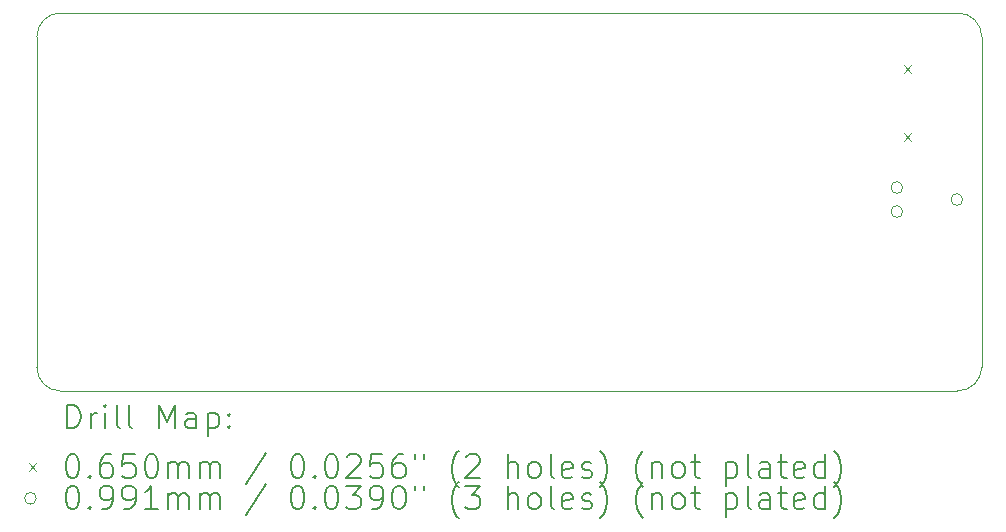
<source format=gbr>
%TF.GenerationSoftware,KiCad,Pcbnew,8.0.1*%
%TF.CreationDate,2024-05-08T20:32:48+02:00*%
%TF.ProjectId,TGL_Board,54474c5f-426f-4617-9264-2e6b69636164,rev?*%
%TF.SameCoordinates,Original*%
%TF.FileFunction,Drillmap*%
%TF.FilePolarity,Positive*%
%FSLAX45Y45*%
G04 Gerber Fmt 4.5, Leading zero omitted, Abs format (unit mm)*
G04 Created by KiCad (PCBNEW 8.0.1) date 2024-05-08 20:32:48*
%MOMM*%
%LPD*%
G01*
G04 APERTURE LIST*
%ADD10C,0.100000*%
%ADD11C,0.200000*%
G04 APERTURE END LIST*
D10*
X10054210Y-5029180D02*
G75*
G02*
X9856200Y-4828559I1310J199320D01*
G01*
X17856200Y-2029460D02*
X17856200Y-4828800D01*
X9856201Y-4828559D02*
X9856201Y-2029457D01*
X9856201Y-2029457D02*
G75*
G02*
X10056200Y-1828801I200329J327D01*
G01*
X17650683Y-5028724D02*
X10054210Y-5029180D01*
X17656200Y-1828799D02*
G75*
G02*
X17856200Y-2029460I0J-200001D01*
G01*
X17856200Y-4828800D02*
G75*
G02*
X17650684Y-5028720I-202720J2800D01*
G01*
X10056200Y-1828800D02*
X17656200Y-1828799D01*
D11*
D10*
X17195700Y-2269500D02*
X17260700Y-2334500D01*
X17260700Y-2269500D02*
X17195700Y-2334500D01*
X17195700Y-2847500D02*
X17260700Y-2912500D01*
X17260700Y-2847500D02*
X17195700Y-2912500D01*
X17186910Y-3307080D02*
G75*
G02*
X17087850Y-3307080I-49530J0D01*
G01*
X17087850Y-3307080D02*
G75*
G02*
X17186910Y-3307080I49530J0D01*
G01*
X17186910Y-3510280D02*
G75*
G02*
X17087850Y-3510280I-49530J0D01*
G01*
X17087850Y-3510280D02*
G75*
G02*
X17186910Y-3510280I49530J0D01*
G01*
X17694910Y-3408680D02*
G75*
G02*
X17595850Y-3408680I-49530J0D01*
G01*
X17595850Y-3408680D02*
G75*
G02*
X17694910Y-3408680I49530J0D01*
G01*
D11*
X10111972Y-5345664D02*
X10111972Y-5145664D01*
X10111972Y-5145664D02*
X10159591Y-5145664D01*
X10159591Y-5145664D02*
X10188163Y-5155188D01*
X10188163Y-5155188D02*
X10207211Y-5174235D01*
X10207211Y-5174235D02*
X10216734Y-5193283D01*
X10216734Y-5193283D02*
X10226258Y-5231378D01*
X10226258Y-5231378D02*
X10226258Y-5259950D01*
X10226258Y-5259950D02*
X10216734Y-5298045D01*
X10216734Y-5298045D02*
X10207211Y-5317092D01*
X10207211Y-5317092D02*
X10188163Y-5336140D01*
X10188163Y-5336140D02*
X10159591Y-5345664D01*
X10159591Y-5345664D02*
X10111972Y-5345664D01*
X10311972Y-5345664D02*
X10311972Y-5212331D01*
X10311972Y-5250426D02*
X10321496Y-5231378D01*
X10321496Y-5231378D02*
X10331020Y-5221854D01*
X10331020Y-5221854D02*
X10350068Y-5212331D01*
X10350068Y-5212331D02*
X10369115Y-5212331D01*
X10435782Y-5345664D02*
X10435782Y-5212331D01*
X10435782Y-5145664D02*
X10426258Y-5155188D01*
X10426258Y-5155188D02*
X10435782Y-5164712D01*
X10435782Y-5164712D02*
X10445306Y-5155188D01*
X10445306Y-5155188D02*
X10435782Y-5145664D01*
X10435782Y-5145664D02*
X10435782Y-5164712D01*
X10559591Y-5345664D02*
X10540544Y-5336140D01*
X10540544Y-5336140D02*
X10531020Y-5317092D01*
X10531020Y-5317092D02*
X10531020Y-5145664D01*
X10664353Y-5345664D02*
X10645306Y-5336140D01*
X10645306Y-5336140D02*
X10635782Y-5317092D01*
X10635782Y-5317092D02*
X10635782Y-5145664D01*
X10892925Y-5345664D02*
X10892925Y-5145664D01*
X10892925Y-5145664D02*
X10959592Y-5288521D01*
X10959592Y-5288521D02*
X11026258Y-5145664D01*
X11026258Y-5145664D02*
X11026258Y-5345664D01*
X11207210Y-5345664D02*
X11207210Y-5240902D01*
X11207210Y-5240902D02*
X11197687Y-5221854D01*
X11197687Y-5221854D02*
X11178639Y-5212331D01*
X11178639Y-5212331D02*
X11140544Y-5212331D01*
X11140544Y-5212331D02*
X11121496Y-5221854D01*
X11207210Y-5336140D02*
X11188163Y-5345664D01*
X11188163Y-5345664D02*
X11140544Y-5345664D01*
X11140544Y-5345664D02*
X11121496Y-5336140D01*
X11121496Y-5336140D02*
X11111972Y-5317092D01*
X11111972Y-5317092D02*
X11111972Y-5298045D01*
X11111972Y-5298045D02*
X11121496Y-5278997D01*
X11121496Y-5278997D02*
X11140544Y-5269473D01*
X11140544Y-5269473D02*
X11188163Y-5269473D01*
X11188163Y-5269473D02*
X11207210Y-5259950D01*
X11302449Y-5212331D02*
X11302449Y-5412331D01*
X11302449Y-5221854D02*
X11321496Y-5212331D01*
X11321496Y-5212331D02*
X11359591Y-5212331D01*
X11359591Y-5212331D02*
X11378639Y-5221854D01*
X11378639Y-5221854D02*
X11388163Y-5231378D01*
X11388163Y-5231378D02*
X11397687Y-5250426D01*
X11397687Y-5250426D02*
X11397687Y-5307569D01*
X11397687Y-5307569D02*
X11388163Y-5326616D01*
X11388163Y-5326616D02*
X11378639Y-5336140D01*
X11378639Y-5336140D02*
X11359591Y-5345664D01*
X11359591Y-5345664D02*
X11321496Y-5345664D01*
X11321496Y-5345664D02*
X11302449Y-5336140D01*
X11483401Y-5326616D02*
X11492925Y-5336140D01*
X11492925Y-5336140D02*
X11483401Y-5345664D01*
X11483401Y-5345664D02*
X11473877Y-5336140D01*
X11473877Y-5336140D02*
X11483401Y-5326616D01*
X11483401Y-5326616D02*
X11483401Y-5345664D01*
X11483401Y-5221854D02*
X11492925Y-5231378D01*
X11492925Y-5231378D02*
X11483401Y-5240902D01*
X11483401Y-5240902D02*
X11473877Y-5231378D01*
X11473877Y-5231378D02*
X11483401Y-5221854D01*
X11483401Y-5221854D02*
X11483401Y-5240902D01*
D10*
X9786196Y-5641680D02*
X9851196Y-5706680D01*
X9851196Y-5641680D02*
X9786196Y-5706680D01*
D11*
X10150068Y-5565664D02*
X10169115Y-5565664D01*
X10169115Y-5565664D02*
X10188163Y-5575188D01*
X10188163Y-5575188D02*
X10197687Y-5584712D01*
X10197687Y-5584712D02*
X10207211Y-5603759D01*
X10207211Y-5603759D02*
X10216734Y-5641854D01*
X10216734Y-5641854D02*
X10216734Y-5689473D01*
X10216734Y-5689473D02*
X10207211Y-5727569D01*
X10207211Y-5727569D02*
X10197687Y-5746616D01*
X10197687Y-5746616D02*
X10188163Y-5756140D01*
X10188163Y-5756140D02*
X10169115Y-5765664D01*
X10169115Y-5765664D02*
X10150068Y-5765664D01*
X10150068Y-5765664D02*
X10131020Y-5756140D01*
X10131020Y-5756140D02*
X10121496Y-5746616D01*
X10121496Y-5746616D02*
X10111972Y-5727569D01*
X10111972Y-5727569D02*
X10102449Y-5689473D01*
X10102449Y-5689473D02*
X10102449Y-5641854D01*
X10102449Y-5641854D02*
X10111972Y-5603759D01*
X10111972Y-5603759D02*
X10121496Y-5584712D01*
X10121496Y-5584712D02*
X10131020Y-5575188D01*
X10131020Y-5575188D02*
X10150068Y-5565664D01*
X10302449Y-5746616D02*
X10311972Y-5756140D01*
X10311972Y-5756140D02*
X10302449Y-5765664D01*
X10302449Y-5765664D02*
X10292925Y-5756140D01*
X10292925Y-5756140D02*
X10302449Y-5746616D01*
X10302449Y-5746616D02*
X10302449Y-5765664D01*
X10483401Y-5565664D02*
X10445306Y-5565664D01*
X10445306Y-5565664D02*
X10426258Y-5575188D01*
X10426258Y-5575188D02*
X10416734Y-5584712D01*
X10416734Y-5584712D02*
X10397687Y-5613283D01*
X10397687Y-5613283D02*
X10388163Y-5651378D01*
X10388163Y-5651378D02*
X10388163Y-5727569D01*
X10388163Y-5727569D02*
X10397687Y-5746616D01*
X10397687Y-5746616D02*
X10407211Y-5756140D01*
X10407211Y-5756140D02*
X10426258Y-5765664D01*
X10426258Y-5765664D02*
X10464353Y-5765664D01*
X10464353Y-5765664D02*
X10483401Y-5756140D01*
X10483401Y-5756140D02*
X10492925Y-5746616D01*
X10492925Y-5746616D02*
X10502449Y-5727569D01*
X10502449Y-5727569D02*
X10502449Y-5679950D01*
X10502449Y-5679950D02*
X10492925Y-5660902D01*
X10492925Y-5660902D02*
X10483401Y-5651378D01*
X10483401Y-5651378D02*
X10464353Y-5641854D01*
X10464353Y-5641854D02*
X10426258Y-5641854D01*
X10426258Y-5641854D02*
X10407211Y-5651378D01*
X10407211Y-5651378D02*
X10397687Y-5660902D01*
X10397687Y-5660902D02*
X10388163Y-5679950D01*
X10683401Y-5565664D02*
X10588163Y-5565664D01*
X10588163Y-5565664D02*
X10578639Y-5660902D01*
X10578639Y-5660902D02*
X10588163Y-5651378D01*
X10588163Y-5651378D02*
X10607211Y-5641854D01*
X10607211Y-5641854D02*
X10654830Y-5641854D01*
X10654830Y-5641854D02*
X10673877Y-5651378D01*
X10673877Y-5651378D02*
X10683401Y-5660902D01*
X10683401Y-5660902D02*
X10692925Y-5679950D01*
X10692925Y-5679950D02*
X10692925Y-5727569D01*
X10692925Y-5727569D02*
X10683401Y-5746616D01*
X10683401Y-5746616D02*
X10673877Y-5756140D01*
X10673877Y-5756140D02*
X10654830Y-5765664D01*
X10654830Y-5765664D02*
X10607211Y-5765664D01*
X10607211Y-5765664D02*
X10588163Y-5756140D01*
X10588163Y-5756140D02*
X10578639Y-5746616D01*
X10816734Y-5565664D02*
X10835782Y-5565664D01*
X10835782Y-5565664D02*
X10854830Y-5575188D01*
X10854830Y-5575188D02*
X10864353Y-5584712D01*
X10864353Y-5584712D02*
X10873877Y-5603759D01*
X10873877Y-5603759D02*
X10883401Y-5641854D01*
X10883401Y-5641854D02*
X10883401Y-5689473D01*
X10883401Y-5689473D02*
X10873877Y-5727569D01*
X10873877Y-5727569D02*
X10864353Y-5746616D01*
X10864353Y-5746616D02*
X10854830Y-5756140D01*
X10854830Y-5756140D02*
X10835782Y-5765664D01*
X10835782Y-5765664D02*
X10816734Y-5765664D01*
X10816734Y-5765664D02*
X10797687Y-5756140D01*
X10797687Y-5756140D02*
X10788163Y-5746616D01*
X10788163Y-5746616D02*
X10778639Y-5727569D01*
X10778639Y-5727569D02*
X10769115Y-5689473D01*
X10769115Y-5689473D02*
X10769115Y-5641854D01*
X10769115Y-5641854D02*
X10778639Y-5603759D01*
X10778639Y-5603759D02*
X10788163Y-5584712D01*
X10788163Y-5584712D02*
X10797687Y-5575188D01*
X10797687Y-5575188D02*
X10816734Y-5565664D01*
X10969115Y-5765664D02*
X10969115Y-5632330D01*
X10969115Y-5651378D02*
X10978639Y-5641854D01*
X10978639Y-5641854D02*
X10997687Y-5632330D01*
X10997687Y-5632330D02*
X11026258Y-5632330D01*
X11026258Y-5632330D02*
X11045306Y-5641854D01*
X11045306Y-5641854D02*
X11054830Y-5660902D01*
X11054830Y-5660902D02*
X11054830Y-5765664D01*
X11054830Y-5660902D02*
X11064353Y-5641854D01*
X11064353Y-5641854D02*
X11083401Y-5632330D01*
X11083401Y-5632330D02*
X11111972Y-5632330D01*
X11111972Y-5632330D02*
X11131020Y-5641854D01*
X11131020Y-5641854D02*
X11140544Y-5660902D01*
X11140544Y-5660902D02*
X11140544Y-5765664D01*
X11235782Y-5765664D02*
X11235782Y-5632330D01*
X11235782Y-5651378D02*
X11245306Y-5641854D01*
X11245306Y-5641854D02*
X11264353Y-5632330D01*
X11264353Y-5632330D02*
X11292925Y-5632330D01*
X11292925Y-5632330D02*
X11311972Y-5641854D01*
X11311972Y-5641854D02*
X11321496Y-5660902D01*
X11321496Y-5660902D02*
X11321496Y-5765664D01*
X11321496Y-5660902D02*
X11331020Y-5641854D01*
X11331020Y-5641854D02*
X11350068Y-5632330D01*
X11350068Y-5632330D02*
X11378639Y-5632330D01*
X11378639Y-5632330D02*
X11397687Y-5641854D01*
X11397687Y-5641854D02*
X11407211Y-5660902D01*
X11407211Y-5660902D02*
X11407211Y-5765664D01*
X11797687Y-5556140D02*
X11626258Y-5813283D01*
X12054830Y-5565664D02*
X12073877Y-5565664D01*
X12073877Y-5565664D02*
X12092925Y-5575188D01*
X12092925Y-5575188D02*
X12102449Y-5584712D01*
X12102449Y-5584712D02*
X12111973Y-5603759D01*
X12111973Y-5603759D02*
X12121496Y-5641854D01*
X12121496Y-5641854D02*
X12121496Y-5689473D01*
X12121496Y-5689473D02*
X12111973Y-5727569D01*
X12111973Y-5727569D02*
X12102449Y-5746616D01*
X12102449Y-5746616D02*
X12092925Y-5756140D01*
X12092925Y-5756140D02*
X12073877Y-5765664D01*
X12073877Y-5765664D02*
X12054830Y-5765664D01*
X12054830Y-5765664D02*
X12035782Y-5756140D01*
X12035782Y-5756140D02*
X12026258Y-5746616D01*
X12026258Y-5746616D02*
X12016734Y-5727569D01*
X12016734Y-5727569D02*
X12007211Y-5689473D01*
X12007211Y-5689473D02*
X12007211Y-5641854D01*
X12007211Y-5641854D02*
X12016734Y-5603759D01*
X12016734Y-5603759D02*
X12026258Y-5584712D01*
X12026258Y-5584712D02*
X12035782Y-5575188D01*
X12035782Y-5575188D02*
X12054830Y-5565664D01*
X12207211Y-5746616D02*
X12216734Y-5756140D01*
X12216734Y-5756140D02*
X12207211Y-5765664D01*
X12207211Y-5765664D02*
X12197687Y-5756140D01*
X12197687Y-5756140D02*
X12207211Y-5746616D01*
X12207211Y-5746616D02*
X12207211Y-5765664D01*
X12340544Y-5565664D02*
X12359592Y-5565664D01*
X12359592Y-5565664D02*
X12378639Y-5575188D01*
X12378639Y-5575188D02*
X12388163Y-5584712D01*
X12388163Y-5584712D02*
X12397687Y-5603759D01*
X12397687Y-5603759D02*
X12407211Y-5641854D01*
X12407211Y-5641854D02*
X12407211Y-5689473D01*
X12407211Y-5689473D02*
X12397687Y-5727569D01*
X12397687Y-5727569D02*
X12388163Y-5746616D01*
X12388163Y-5746616D02*
X12378639Y-5756140D01*
X12378639Y-5756140D02*
X12359592Y-5765664D01*
X12359592Y-5765664D02*
X12340544Y-5765664D01*
X12340544Y-5765664D02*
X12321496Y-5756140D01*
X12321496Y-5756140D02*
X12311973Y-5746616D01*
X12311973Y-5746616D02*
X12302449Y-5727569D01*
X12302449Y-5727569D02*
X12292925Y-5689473D01*
X12292925Y-5689473D02*
X12292925Y-5641854D01*
X12292925Y-5641854D02*
X12302449Y-5603759D01*
X12302449Y-5603759D02*
X12311973Y-5584712D01*
X12311973Y-5584712D02*
X12321496Y-5575188D01*
X12321496Y-5575188D02*
X12340544Y-5565664D01*
X12483401Y-5584712D02*
X12492925Y-5575188D01*
X12492925Y-5575188D02*
X12511973Y-5565664D01*
X12511973Y-5565664D02*
X12559592Y-5565664D01*
X12559592Y-5565664D02*
X12578639Y-5575188D01*
X12578639Y-5575188D02*
X12588163Y-5584712D01*
X12588163Y-5584712D02*
X12597687Y-5603759D01*
X12597687Y-5603759D02*
X12597687Y-5622807D01*
X12597687Y-5622807D02*
X12588163Y-5651378D01*
X12588163Y-5651378D02*
X12473877Y-5765664D01*
X12473877Y-5765664D02*
X12597687Y-5765664D01*
X12778639Y-5565664D02*
X12683401Y-5565664D01*
X12683401Y-5565664D02*
X12673877Y-5660902D01*
X12673877Y-5660902D02*
X12683401Y-5651378D01*
X12683401Y-5651378D02*
X12702449Y-5641854D01*
X12702449Y-5641854D02*
X12750068Y-5641854D01*
X12750068Y-5641854D02*
X12769115Y-5651378D01*
X12769115Y-5651378D02*
X12778639Y-5660902D01*
X12778639Y-5660902D02*
X12788163Y-5679950D01*
X12788163Y-5679950D02*
X12788163Y-5727569D01*
X12788163Y-5727569D02*
X12778639Y-5746616D01*
X12778639Y-5746616D02*
X12769115Y-5756140D01*
X12769115Y-5756140D02*
X12750068Y-5765664D01*
X12750068Y-5765664D02*
X12702449Y-5765664D01*
X12702449Y-5765664D02*
X12683401Y-5756140D01*
X12683401Y-5756140D02*
X12673877Y-5746616D01*
X12959592Y-5565664D02*
X12921496Y-5565664D01*
X12921496Y-5565664D02*
X12902449Y-5575188D01*
X12902449Y-5575188D02*
X12892925Y-5584712D01*
X12892925Y-5584712D02*
X12873877Y-5613283D01*
X12873877Y-5613283D02*
X12864354Y-5651378D01*
X12864354Y-5651378D02*
X12864354Y-5727569D01*
X12864354Y-5727569D02*
X12873877Y-5746616D01*
X12873877Y-5746616D02*
X12883401Y-5756140D01*
X12883401Y-5756140D02*
X12902449Y-5765664D01*
X12902449Y-5765664D02*
X12940544Y-5765664D01*
X12940544Y-5765664D02*
X12959592Y-5756140D01*
X12959592Y-5756140D02*
X12969115Y-5746616D01*
X12969115Y-5746616D02*
X12978639Y-5727569D01*
X12978639Y-5727569D02*
X12978639Y-5679950D01*
X12978639Y-5679950D02*
X12969115Y-5660902D01*
X12969115Y-5660902D02*
X12959592Y-5651378D01*
X12959592Y-5651378D02*
X12940544Y-5641854D01*
X12940544Y-5641854D02*
X12902449Y-5641854D01*
X12902449Y-5641854D02*
X12883401Y-5651378D01*
X12883401Y-5651378D02*
X12873877Y-5660902D01*
X12873877Y-5660902D02*
X12864354Y-5679950D01*
X13054830Y-5565664D02*
X13054830Y-5603759D01*
X13131020Y-5565664D02*
X13131020Y-5603759D01*
X13426258Y-5841854D02*
X13416735Y-5832330D01*
X13416735Y-5832330D02*
X13397687Y-5803759D01*
X13397687Y-5803759D02*
X13388163Y-5784711D01*
X13388163Y-5784711D02*
X13378639Y-5756140D01*
X13378639Y-5756140D02*
X13369116Y-5708521D01*
X13369116Y-5708521D02*
X13369116Y-5670426D01*
X13369116Y-5670426D02*
X13378639Y-5622807D01*
X13378639Y-5622807D02*
X13388163Y-5594235D01*
X13388163Y-5594235D02*
X13397687Y-5575188D01*
X13397687Y-5575188D02*
X13416735Y-5546616D01*
X13416735Y-5546616D02*
X13426258Y-5537092D01*
X13492925Y-5584712D02*
X13502449Y-5575188D01*
X13502449Y-5575188D02*
X13521496Y-5565664D01*
X13521496Y-5565664D02*
X13569116Y-5565664D01*
X13569116Y-5565664D02*
X13588163Y-5575188D01*
X13588163Y-5575188D02*
X13597687Y-5584712D01*
X13597687Y-5584712D02*
X13607211Y-5603759D01*
X13607211Y-5603759D02*
X13607211Y-5622807D01*
X13607211Y-5622807D02*
X13597687Y-5651378D01*
X13597687Y-5651378D02*
X13483401Y-5765664D01*
X13483401Y-5765664D02*
X13607211Y-5765664D01*
X13845306Y-5765664D02*
X13845306Y-5565664D01*
X13931020Y-5765664D02*
X13931020Y-5660902D01*
X13931020Y-5660902D02*
X13921497Y-5641854D01*
X13921497Y-5641854D02*
X13902449Y-5632330D01*
X13902449Y-5632330D02*
X13873877Y-5632330D01*
X13873877Y-5632330D02*
X13854830Y-5641854D01*
X13854830Y-5641854D02*
X13845306Y-5651378D01*
X14054830Y-5765664D02*
X14035782Y-5756140D01*
X14035782Y-5756140D02*
X14026258Y-5746616D01*
X14026258Y-5746616D02*
X14016735Y-5727569D01*
X14016735Y-5727569D02*
X14016735Y-5670426D01*
X14016735Y-5670426D02*
X14026258Y-5651378D01*
X14026258Y-5651378D02*
X14035782Y-5641854D01*
X14035782Y-5641854D02*
X14054830Y-5632330D01*
X14054830Y-5632330D02*
X14083401Y-5632330D01*
X14083401Y-5632330D02*
X14102449Y-5641854D01*
X14102449Y-5641854D02*
X14111973Y-5651378D01*
X14111973Y-5651378D02*
X14121497Y-5670426D01*
X14121497Y-5670426D02*
X14121497Y-5727569D01*
X14121497Y-5727569D02*
X14111973Y-5746616D01*
X14111973Y-5746616D02*
X14102449Y-5756140D01*
X14102449Y-5756140D02*
X14083401Y-5765664D01*
X14083401Y-5765664D02*
X14054830Y-5765664D01*
X14235782Y-5765664D02*
X14216735Y-5756140D01*
X14216735Y-5756140D02*
X14207211Y-5737092D01*
X14207211Y-5737092D02*
X14207211Y-5565664D01*
X14388163Y-5756140D02*
X14369116Y-5765664D01*
X14369116Y-5765664D02*
X14331020Y-5765664D01*
X14331020Y-5765664D02*
X14311973Y-5756140D01*
X14311973Y-5756140D02*
X14302449Y-5737092D01*
X14302449Y-5737092D02*
X14302449Y-5660902D01*
X14302449Y-5660902D02*
X14311973Y-5641854D01*
X14311973Y-5641854D02*
X14331020Y-5632330D01*
X14331020Y-5632330D02*
X14369116Y-5632330D01*
X14369116Y-5632330D02*
X14388163Y-5641854D01*
X14388163Y-5641854D02*
X14397687Y-5660902D01*
X14397687Y-5660902D02*
X14397687Y-5679950D01*
X14397687Y-5679950D02*
X14302449Y-5698997D01*
X14473878Y-5756140D02*
X14492925Y-5765664D01*
X14492925Y-5765664D02*
X14531020Y-5765664D01*
X14531020Y-5765664D02*
X14550068Y-5756140D01*
X14550068Y-5756140D02*
X14559592Y-5737092D01*
X14559592Y-5737092D02*
X14559592Y-5727569D01*
X14559592Y-5727569D02*
X14550068Y-5708521D01*
X14550068Y-5708521D02*
X14531020Y-5698997D01*
X14531020Y-5698997D02*
X14502449Y-5698997D01*
X14502449Y-5698997D02*
X14483401Y-5689473D01*
X14483401Y-5689473D02*
X14473878Y-5670426D01*
X14473878Y-5670426D02*
X14473878Y-5660902D01*
X14473878Y-5660902D02*
X14483401Y-5641854D01*
X14483401Y-5641854D02*
X14502449Y-5632330D01*
X14502449Y-5632330D02*
X14531020Y-5632330D01*
X14531020Y-5632330D02*
X14550068Y-5641854D01*
X14626259Y-5841854D02*
X14635782Y-5832330D01*
X14635782Y-5832330D02*
X14654830Y-5803759D01*
X14654830Y-5803759D02*
X14664354Y-5784711D01*
X14664354Y-5784711D02*
X14673878Y-5756140D01*
X14673878Y-5756140D02*
X14683401Y-5708521D01*
X14683401Y-5708521D02*
X14683401Y-5670426D01*
X14683401Y-5670426D02*
X14673878Y-5622807D01*
X14673878Y-5622807D02*
X14664354Y-5594235D01*
X14664354Y-5594235D02*
X14654830Y-5575188D01*
X14654830Y-5575188D02*
X14635782Y-5546616D01*
X14635782Y-5546616D02*
X14626259Y-5537092D01*
X14988163Y-5841854D02*
X14978639Y-5832330D01*
X14978639Y-5832330D02*
X14959592Y-5803759D01*
X14959592Y-5803759D02*
X14950068Y-5784711D01*
X14950068Y-5784711D02*
X14940544Y-5756140D01*
X14940544Y-5756140D02*
X14931020Y-5708521D01*
X14931020Y-5708521D02*
X14931020Y-5670426D01*
X14931020Y-5670426D02*
X14940544Y-5622807D01*
X14940544Y-5622807D02*
X14950068Y-5594235D01*
X14950068Y-5594235D02*
X14959592Y-5575188D01*
X14959592Y-5575188D02*
X14978639Y-5546616D01*
X14978639Y-5546616D02*
X14988163Y-5537092D01*
X15064354Y-5632330D02*
X15064354Y-5765664D01*
X15064354Y-5651378D02*
X15073878Y-5641854D01*
X15073878Y-5641854D02*
X15092925Y-5632330D01*
X15092925Y-5632330D02*
X15121497Y-5632330D01*
X15121497Y-5632330D02*
X15140544Y-5641854D01*
X15140544Y-5641854D02*
X15150068Y-5660902D01*
X15150068Y-5660902D02*
X15150068Y-5765664D01*
X15273878Y-5765664D02*
X15254830Y-5756140D01*
X15254830Y-5756140D02*
X15245306Y-5746616D01*
X15245306Y-5746616D02*
X15235782Y-5727569D01*
X15235782Y-5727569D02*
X15235782Y-5670426D01*
X15235782Y-5670426D02*
X15245306Y-5651378D01*
X15245306Y-5651378D02*
X15254830Y-5641854D01*
X15254830Y-5641854D02*
X15273878Y-5632330D01*
X15273878Y-5632330D02*
X15302449Y-5632330D01*
X15302449Y-5632330D02*
X15321497Y-5641854D01*
X15321497Y-5641854D02*
X15331020Y-5651378D01*
X15331020Y-5651378D02*
X15340544Y-5670426D01*
X15340544Y-5670426D02*
X15340544Y-5727569D01*
X15340544Y-5727569D02*
X15331020Y-5746616D01*
X15331020Y-5746616D02*
X15321497Y-5756140D01*
X15321497Y-5756140D02*
X15302449Y-5765664D01*
X15302449Y-5765664D02*
X15273878Y-5765664D01*
X15397687Y-5632330D02*
X15473878Y-5632330D01*
X15426259Y-5565664D02*
X15426259Y-5737092D01*
X15426259Y-5737092D02*
X15435782Y-5756140D01*
X15435782Y-5756140D02*
X15454830Y-5765664D01*
X15454830Y-5765664D02*
X15473878Y-5765664D01*
X15692925Y-5632330D02*
X15692925Y-5832330D01*
X15692925Y-5641854D02*
X15711973Y-5632330D01*
X15711973Y-5632330D02*
X15750068Y-5632330D01*
X15750068Y-5632330D02*
X15769116Y-5641854D01*
X15769116Y-5641854D02*
X15778640Y-5651378D01*
X15778640Y-5651378D02*
X15788163Y-5670426D01*
X15788163Y-5670426D02*
X15788163Y-5727569D01*
X15788163Y-5727569D02*
X15778640Y-5746616D01*
X15778640Y-5746616D02*
X15769116Y-5756140D01*
X15769116Y-5756140D02*
X15750068Y-5765664D01*
X15750068Y-5765664D02*
X15711973Y-5765664D01*
X15711973Y-5765664D02*
X15692925Y-5756140D01*
X15902449Y-5765664D02*
X15883401Y-5756140D01*
X15883401Y-5756140D02*
X15873878Y-5737092D01*
X15873878Y-5737092D02*
X15873878Y-5565664D01*
X16064354Y-5765664D02*
X16064354Y-5660902D01*
X16064354Y-5660902D02*
X16054830Y-5641854D01*
X16054830Y-5641854D02*
X16035782Y-5632330D01*
X16035782Y-5632330D02*
X15997687Y-5632330D01*
X15997687Y-5632330D02*
X15978640Y-5641854D01*
X16064354Y-5756140D02*
X16045306Y-5765664D01*
X16045306Y-5765664D02*
X15997687Y-5765664D01*
X15997687Y-5765664D02*
X15978640Y-5756140D01*
X15978640Y-5756140D02*
X15969116Y-5737092D01*
X15969116Y-5737092D02*
X15969116Y-5718045D01*
X15969116Y-5718045D02*
X15978640Y-5698997D01*
X15978640Y-5698997D02*
X15997687Y-5689473D01*
X15997687Y-5689473D02*
X16045306Y-5689473D01*
X16045306Y-5689473D02*
X16064354Y-5679950D01*
X16131021Y-5632330D02*
X16207211Y-5632330D01*
X16159592Y-5565664D02*
X16159592Y-5737092D01*
X16159592Y-5737092D02*
X16169116Y-5756140D01*
X16169116Y-5756140D02*
X16188163Y-5765664D01*
X16188163Y-5765664D02*
X16207211Y-5765664D01*
X16350068Y-5756140D02*
X16331021Y-5765664D01*
X16331021Y-5765664D02*
X16292925Y-5765664D01*
X16292925Y-5765664D02*
X16273878Y-5756140D01*
X16273878Y-5756140D02*
X16264354Y-5737092D01*
X16264354Y-5737092D02*
X16264354Y-5660902D01*
X16264354Y-5660902D02*
X16273878Y-5641854D01*
X16273878Y-5641854D02*
X16292925Y-5632330D01*
X16292925Y-5632330D02*
X16331021Y-5632330D01*
X16331021Y-5632330D02*
X16350068Y-5641854D01*
X16350068Y-5641854D02*
X16359592Y-5660902D01*
X16359592Y-5660902D02*
X16359592Y-5679950D01*
X16359592Y-5679950D02*
X16264354Y-5698997D01*
X16531021Y-5765664D02*
X16531021Y-5565664D01*
X16531021Y-5756140D02*
X16511973Y-5765664D01*
X16511973Y-5765664D02*
X16473878Y-5765664D01*
X16473878Y-5765664D02*
X16454830Y-5756140D01*
X16454830Y-5756140D02*
X16445306Y-5746616D01*
X16445306Y-5746616D02*
X16435782Y-5727569D01*
X16435782Y-5727569D02*
X16435782Y-5670426D01*
X16435782Y-5670426D02*
X16445306Y-5651378D01*
X16445306Y-5651378D02*
X16454830Y-5641854D01*
X16454830Y-5641854D02*
X16473878Y-5632330D01*
X16473878Y-5632330D02*
X16511973Y-5632330D01*
X16511973Y-5632330D02*
X16531021Y-5641854D01*
X16607211Y-5841854D02*
X16616735Y-5832330D01*
X16616735Y-5832330D02*
X16635782Y-5803759D01*
X16635782Y-5803759D02*
X16645306Y-5784711D01*
X16645306Y-5784711D02*
X16654830Y-5756140D01*
X16654830Y-5756140D02*
X16664354Y-5708521D01*
X16664354Y-5708521D02*
X16664354Y-5670426D01*
X16664354Y-5670426D02*
X16654830Y-5622807D01*
X16654830Y-5622807D02*
X16645306Y-5594235D01*
X16645306Y-5594235D02*
X16635782Y-5575188D01*
X16635782Y-5575188D02*
X16616735Y-5546616D01*
X16616735Y-5546616D02*
X16607211Y-5537092D01*
D10*
X9851196Y-5938180D02*
G75*
G02*
X9752136Y-5938180I-49530J0D01*
G01*
X9752136Y-5938180D02*
G75*
G02*
X9851196Y-5938180I49530J0D01*
G01*
D11*
X10150068Y-5829664D02*
X10169115Y-5829664D01*
X10169115Y-5829664D02*
X10188163Y-5839188D01*
X10188163Y-5839188D02*
X10197687Y-5848711D01*
X10197687Y-5848711D02*
X10207211Y-5867759D01*
X10207211Y-5867759D02*
X10216734Y-5905854D01*
X10216734Y-5905854D02*
X10216734Y-5953473D01*
X10216734Y-5953473D02*
X10207211Y-5991569D01*
X10207211Y-5991569D02*
X10197687Y-6010616D01*
X10197687Y-6010616D02*
X10188163Y-6020140D01*
X10188163Y-6020140D02*
X10169115Y-6029664D01*
X10169115Y-6029664D02*
X10150068Y-6029664D01*
X10150068Y-6029664D02*
X10131020Y-6020140D01*
X10131020Y-6020140D02*
X10121496Y-6010616D01*
X10121496Y-6010616D02*
X10111972Y-5991569D01*
X10111972Y-5991569D02*
X10102449Y-5953473D01*
X10102449Y-5953473D02*
X10102449Y-5905854D01*
X10102449Y-5905854D02*
X10111972Y-5867759D01*
X10111972Y-5867759D02*
X10121496Y-5848711D01*
X10121496Y-5848711D02*
X10131020Y-5839188D01*
X10131020Y-5839188D02*
X10150068Y-5829664D01*
X10302449Y-6010616D02*
X10311972Y-6020140D01*
X10311972Y-6020140D02*
X10302449Y-6029664D01*
X10302449Y-6029664D02*
X10292925Y-6020140D01*
X10292925Y-6020140D02*
X10302449Y-6010616D01*
X10302449Y-6010616D02*
X10302449Y-6029664D01*
X10407211Y-6029664D02*
X10445306Y-6029664D01*
X10445306Y-6029664D02*
X10464353Y-6020140D01*
X10464353Y-6020140D02*
X10473877Y-6010616D01*
X10473877Y-6010616D02*
X10492925Y-5982045D01*
X10492925Y-5982045D02*
X10502449Y-5943950D01*
X10502449Y-5943950D02*
X10502449Y-5867759D01*
X10502449Y-5867759D02*
X10492925Y-5848711D01*
X10492925Y-5848711D02*
X10483401Y-5839188D01*
X10483401Y-5839188D02*
X10464353Y-5829664D01*
X10464353Y-5829664D02*
X10426258Y-5829664D01*
X10426258Y-5829664D02*
X10407211Y-5839188D01*
X10407211Y-5839188D02*
X10397687Y-5848711D01*
X10397687Y-5848711D02*
X10388163Y-5867759D01*
X10388163Y-5867759D02*
X10388163Y-5915378D01*
X10388163Y-5915378D02*
X10397687Y-5934426D01*
X10397687Y-5934426D02*
X10407211Y-5943950D01*
X10407211Y-5943950D02*
X10426258Y-5953473D01*
X10426258Y-5953473D02*
X10464353Y-5953473D01*
X10464353Y-5953473D02*
X10483401Y-5943950D01*
X10483401Y-5943950D02*
X10492925Y-5934426D01*
X10492925Y-5934426D02*
X10502449Y-5915378D01*
X10597687Y-6029664D02*
X10635782Y-6029664D01*
X10635782Y-6029664D02*
X10654830Y-6020140D01*
X10654830Y-6020140D02*
X10664353Y-6010616D01*
X10664353Y-6010616D02*
X10683401Y-5982045D01*
X10683401Y-5982045D02*
X10692925Y-5943950D01*
X10692925Y-5943950D02*
X10692925Y-5867759D01*
X10692925Y-5867759D02*
X10683401Y-5848711D01*
X10683401Y-5848711D02*
X10673877Y-5839188D01*
X10673877Y-5839188D02*
X10654830Y-5829664D01*
X10654830Y-5829664D02*
X10616734Y-5829664D01*
X10616734Y-5829664D02*
X10597687Y-5839188D01*
X10597687Y-5839188D02*
X10588163Y-5848711D01*
X10588163Y-5848711D02*
X10578639Y-5867759D01*
X10578639Y-5867759D02*
X10578639Y-5915378D01*
X10578639Y-5915378D02*
X10588163Y-5934426D01*
X10588163Y-5934426D02*
X10597687Y-5943950D01*
X10597687Y-5943950D02*
X10616734Y-5953473D01*
X10616734Y-5953473D02*
X10654830Y-5953473D01*
X10654830Y-5953473D02*
X10673877Y-5943950D01*
X10673877Y-5943950D02*
X10683401Y-5934426D01*
X10683401Y-5934426D02*
X10692925Y-5915378D01*
X10883401Y-6029664D02*
X10769115Y-6029664D01*
X10826258Y-6029664D02*
X10826258Y-5829664D01*
X10826258Y-5829664D02*
X10807211Y-5858235D01*
X10807211Y-5858235D02*
X10788163Y-5877283D01*
X10788163Y-5877283D02*
X10769115Y-5886807D01*
X10969115Y-6029664D02*
X10969115Y-5896330D01*
X10969115Y-5915378D02*
X10978639Y-5905854D01*
X10978639Y-5905854D02*
X10997687Y-5896330D01*
X10997687Y-5896330D02*
X11026258Y-5896330D01*
X11026258Y-5896330D02*
X11045306Y-5905854D01*
X11045306Y-5905854D02*
X11054830Y-5924902D01*
X11054830Y-5924902D02*
X11054830Y-6029664D01*
X11054830Y-5924902D02*
X11064353Y-5905854D01*
X11064353Y-5905854D02*
X11083401Y-5896330D01*
X11083401Y-5896330D02*
X11111972Y-5896330D01*
X11111972Y-5896330D02*
X11131020Y-5905854D01*
X11131020Y-5905854D02*
X11140544Y-5924902D01*
X11140544Y-5924902D02*
X11140544Y-6029664D01*
X11235782Y-6029664D02*
X11235782Y-5896330D01*
X11235782Y-5915378D02*
X11245306Y-5905854D01*
X11245306Y-5905854D02*
X11264353Y-5896330D01*
X11264353Y-5896330D02*
X11292925Y-5896330D01*
X11292925Y-5896330D02*
X11311972Y-5905854D01*
X11311972Y-5905854D02*
X11321496Y-5924902D01*
X11321496Y-5924902D02*
X11321496Y-6029664D01*
X11321496Y-5924902D02*
X11331020Y-5905854D01*
X11331020Y-5905854D02*
X11350068Y-5896330D01*
X11350068Y-5896330D02*
X11378639Y-5896330D01*
X11378639Y-5896330D02*
X11397687Y-5905854D01*
X11397687Y-5905854D02*
X11407211Y-5924902D01*
X11407211Y-5924902D02*
X11407211Y-6029664D01*
X11797687Y-5820140D02*
X11626258Y-6077283D01*
X12054830Y-5829664D02*
X12073877Y-5829664D01*
X12073877Y-5829664D02*
X12092925Y-5839188D01*
X12092925Y-5839188D02*
X12102449Y-5848711D01*
X12102449Y-5848711D02*
X12111973Y-5867759D01*
X12111973Y-5867759D02*
X12121496Y-5905854D01*
X12121496Y-5905854D02*
X12121496Y-5953473D01*
X12121496Y-5953473D02*
X12111973Y-5991569D01*
X12111973Y-5991569D02*
X12102449Y-6010616D01*
X12102449Y-6010616D02*
X12092925Y-6020140D01*
X12092925Y-6020140D02*
X12073877Y-6029664D01*
X12073877Y-6029664D02*
X12054830Y-6029664D01*
X12054830Y-6029664D02*
X12035782Y-6020140D01*
X12035782Y-6020140D02*
X12026258Y-6010616D01*
X12026258Y-6010616D02*
X12016734Y-5991569D01*
X12016734Y-5991569D02*
X12007211Y-5953473D01*
X12007211Y-5953473D02*
X12007211Y-5905854D01*
X12007211Y-5905854D02*
X12016734Y-5867759D01*
X12016734Y-5867759D02*
X12026258Y-5848711D01*
X12026258Y-5848711D02*
X12035782Y-5839188D01*
X12035782Y-5839188D02*
X12054830Y-5829664D01*
X12207211Y-6010616D02*
X12216734Y-6020140D01*
X12216734Y-6020140D02*
X12207211Y-6029664D01*
X12207211Y-6029664D02*
X12197687Y-6020140D01*
X12197687Y-6020140D02*
X12207211Y-6010616D01*
X12207211Y-6010616D02*
X12207211Y-6029664D01*
X12340544Y-5829664D02*
X12359592Y-5829664D01*
X12359592Y-5829664D02*
X12378639Y-5839188D01*
X12378639Y-5839188D02*
X12388163Y-5848711D01*
X12388163Y-5848711D02*
X12397687Y-5867759D01*
X12397687Y-5867759D02*
X12407211Y-5905854D01*
X12407211Y-5905854D02*
X12407211Y-5953473D01*
X12407211Y-5953473D02*
X12397687Y-5991569D01*
X12397687Y-5991569D02*
X12388163Y-6010616D01*
X12388163Y-6010616D02*
X12378639Y-6020140D01*
X12378639Y-6020140D02*
X12359592Y-6029664D01*
X12359592Y-6029664D02*
X12340544Y-6029664D01*
X12340544Y-6029664D02*
X12321496Y-6020140D01*
X12321496Y-6020140D02*
X12311973Y-6010616D01*
X12311973Y-6010616D02*
X12302449Y-5991569D01*
X12302449Y-5991569D02*
X12292925Y-5953473D01*
X12292925Y-5953473D02*
X12292925Y-5905854D01*
X12292925Y-5905854D02*
X12302449Y-5867759D01*
X12302449Y-5867759D02*
X12311973Y-5848711D01*
X12311973Y-5848711D02*
X12321496Y-5839188D01*
X12321496Y-5839188D02*
X12340544Y-5829664D01*
X12473877Y-5829664D02*
X12597687Y-5829664D01*
X12597687Y-5829664D02*
X12531020Y-5905854D01*
X12531020Y-5905854D02*
X12559592Y-5905854D01*
X12559592Y-5905854D02*
X12578639Y-5915378D01*
X12578639Y-5915378D02*
X12588163Y-5924902D01*
X12588163Y-5924902D02*
X12597687Y-5943950D01*
X12597687Y-5943950D02*
X12597687Y-5991569D01*
X12597687Y-5991569D02*
X12588163Y-6010616D01*
X12588163Y-6010616D02*
X12578639Y-6020140D01*
X12578639Y-6020140D02*
X12559592Y-6029664D01*
X12559592Y-6029664D02*
X12502449Y-6029664D01*
X12502449Y-6029664D02*
X12483401Y-6020140D01*
X12483401Y-6020140D02*
X12473877Y-6010616D01*
X12692925Y-6029664D02*
X12731020Y-6029664D01*
X12731020Y-6029664D02*
X12750068Y-6020140D01*
X12750068Y-6020140D02*
X12759592Y-6010616D01*
X12759592Y-6010616D02*
X12778639Y-5982045D01*
X12778639Y-5982045D02*
X12788163Y-5943950D01*
X12788163Y-5943950D02*
X12788163Y-5867759D01*
X12788163Y-5867759D02*
X12778639Y-5848711D01*
X12778639Y-5848711D02*
X12769115Y-5839188D01*
X12769115Y-5839188D02*
X12750068Y-5829664D01*
X12750068Y-5829664D02*
X12711973Y-5829664D01*
X12711973Y-5829664D02*
X12692925Y-5839188D01*
X12692925Y-5839188D02*
X12683401Y-5848711D01*
X12683401Y-5848711D02*
X12673877Y-5867759D01*
X12673877Y-5867759D02*
X12673877Y-5915378D01*
X12673877Y-5915378D02*
X12683401Y-5934426D01*
X12683401Y-5934426D02*
X12692925Y-5943950D01*
X12692925Y-5943950D02*
X12711973Y-5953473D01*
X12711973Y-5953473D02*
X12750068Y-5953473D01*
X12750068Y-5953473D02*
X12769115Y-5943950D01*
X12769115Y-5943950D02*
X12778639Y-5934426D01*
X12778639Y-5934426D02*
X12788163Y-5915378D01*
X12911973Y-5829664D02*
X12931020Y-5829664D01*
X12931020Y-5829664D02*
X12950068Y-5839188D01*
X12950068Y-5839188D02*
X12959592Y-5848711D01*
X12959592Y-5848711D02*
X12969115Y-5867759D01*
X12969115Y-5867759D02*
X12978639Y-5905854D01*
X12978639Y-5905854D02*
X12978639Y-5953473D01*
X12978639Y-5953473D02*
X12969115Y-5991569D01*
X12969115Y-5991569D02*
X12959592Y-6010616D01*
X12959592Y-6010616D02*
X12950068Y-6020140D01*
X12950068Y-6020140D02*
X12931020Y-6029664D01*
X12931020Y-6029664D02*
X12911973Y-6029664D01*
X12911973Y-6029664D02*
X12892925Y-6020140D01*
X12892925Y-6020140D02*
X12883401Y-6010616D01*
X12883401Y-6010616D02*
X12873877Y-5991569D01*
X12873877Y-5991569D02*
X12864354Y-5953473D01*
X12864354Y-5953473D02*
X12864354Y-5905854D01*
X12864354Y-5905854D02*
X12873877Y-5867759D01*
X12873877Y-5867759D02*
X12883401Y-5848711D01*
X12883401Y-5848711D02*
X12892925Y-5839188D01*
X12892925Y-5839188D02*
X12911973Y-5829664D01*
X13054830Y-5829664D02*
X13054830Y-5867759D01*
X13131020Y-5829664D02*
X13131020Y-5867759D01*
X13426258Y-6105854D02*
X13416735Y-6096330D01*
X13416735Y-6096330D02*
X13397687Y-6067759D01*
X13397687Y-6067759D02*
X13388163Y-6048711D01*
X13388163Y-6048711D02*
X13378639Y-6020140D01*
X13378639Y-6020140D02*
X13369116Y-5972521D01*
X13369116Y-5972521D02*
X13369116Y-5934426D01*
X13369116Y-5934426D02*
X13378639Y-5886807D01*
X13378639Y-5886807D02*
X13388163Y-5858235D01*
X13388163Y-5858235D02*
X13397687Y-5839188D01*
X13397687Y-5839188D02*
X13416735Y-5810616D01*
X13416735Y-5810616D02*
X13426258Y-5801092D01*
X13483401Y-5829664D02*
X13607211Y-5829664D01*
X13607211Y-5829664D02*
X13540544Y-5905854D01*
X13540544Y-5905854D02*
X13569116Y-5905854D01*
X13569116Y-5905854D02*
X13588163Y-5915378D01*
X13588163Y-5915378D02*
X13597687Y-5924902D01*
X13597687Y-5924902D02*
X13607211Y-5943950D01*
X13607211Y-5943950D02*
X13607211Y-5991569D01*
X13607211Y-5991569D02*
X13597687Y-6010616D01*
X13597687Y-6010616D02*
X13588163Y-6020140D01*
X13588163Y-6020140D02*
X13569116Y-6029664D01*
X13569116Y-6029664D02*
X13511973Y-6029664D01*
X13511973Y-6029664D02*
X13492925Y-6020140D01*
X13492925Y-6020140D02*
X13483401Y-6010616D01*
X13845306Y-6029664D02*
X13845306Y-5829664D01*
X13931020Y-6029664D02*
X13931020Y-5924902D01*
X13931020Y-5924902D02*
X13921497Y-5905854D01*
X13921497Y-5905854D02*
X13902449Y-5896330D01*
X13902449Y-5896330D02*
X13873877Y-5896330D01*
X13873877Y-5896330D02*
X13854830Y-5905854D01*
X13854830Y-5905854D02*
X13845306Y-5915378D01*
X14054830Y-6029664D02*
X14035782Y-6020140D01*
X14035782Y-6020140D02*
X14026258Y-6010616D01*
X14026258Y-6010616D02*
X14016735Y-5991569D01*
X14016735Y-5991569D02*
X14016735Y-5934426D01*
X14016735Y-5934426D02*
X14026258Y-5915378D01*
X14026258Y-5915378D02*
X14035782Y-5905854D01*
X14035782Y-5905854D02*
X14054830Y-5896330D01*
X14054830Y-5896330D02*
X14083401Y-5896330D01*
X14083401Y-5896330D02*
X14102449Y-5905854D01*
X14102449Y-5905854D02*
X14111973Y-5915378D01*
X14111973Y-5915378D02*
X14121497Y-5934426D01*
X14121497Y-5934426D02*
X14121497Y-5991569D01*
X14121497Y-5991569D02*
X14111973Y-6010616D01*
X14111973Y-6010616D02*
X14102449Y-6020140D01*
X14102449Y-6020140D02*
X14083401Y-6029664D01*
X14083401Y-6029664D02*
X14054830Y-6029664D01*
X14235782Y-6029664D02*
X14216735Y-6020140D01*
X14216735Y-6020140D02*
X14207211Y-6001092D01*
X14207211Y-6001092D02*
X14207211Y-5829664D01*
X14388163Y-6020140D02*
X14369116Y-6029664D01*
X14369116Y-6029664D02*
X14331020Y-6029664D01*
X14331020Y-6029664D02*
X14311973Y-6020140D01*
X14311973Y-6020140D02*
X14302449Y-6001092D01*
X14302449Y-6001092D02*
X14302449Y-5924902D01*
X14302449Y-5924902D02*
X14311973Y-5905854D01*
X14311973Y-5905854D02*
X14331020Y-5896330D01*
X14331020Y-5896330D02*
X14369116Y-5896330D01*
X14369116Y-5896330D02*
X14388163Y-5905854D01*
X14388163Y-5905854D02*
X14397687Y-5924902D01*
X14397687Y-5924902D02*
X14397687Y-5943950D01*
X14397687Y-5943950D02*
X14302449Y-5962997D01*
X14473878Y-6020140D02*
X14492925Y-6029664D01*
X14492925Y-6029664D02*
X14531020Y-6029664D01*
X14531020Y-6029664D02*
X14550068Y-6020140D01*
X14550068Y-6020140D02*
X14559592Y-6001092D01*
X14559592Y-6001092D02*
X14559592Y-5991569D01*
X14559592Y-5991569D02*
X14550068Y-5972521D01*
X14550068Y-5972521D02*
X14531020Y-5962997D01*
X14531020Y-5962997D02*
X14502449Y-5962997D01*
X14502449Y-5962997D02*
X14483401Y-5953473D01*
X14483401Y-5953473D02*
X14473878Y-5934426D01*
X14473878Y-5934426D02*
X14473878Y-5924902D01*
X14473878Y-5924902D02*
X14483401Y-5905854D01*
X14483401Y-5905854D02*
X14502449Y-5896330D01*
X14502449Y-5896330D02*
X14531020Y-5896330D01*
X14531020Y-5896330D02*
X14550068Y-5905854D01*
X14626259Y-6105854D02*
X14635782Y-6096330D01*
X14635782Y-6096330D02*
X14654830Y-6067759D01*
X14654830Y-6067759D02*
X14664354Y-6048711D01*
X14664354Y-6048711D02*
X14673878Y-6020140D01*
X14673878Y-6020140D02*
X14683401Y-5972521D01*
X14683401Y-5972521D02*
X14683401Y-5934426D01*
X14683401Y-5934426D02*
X14673878Y-5886807D01*
X14673878Y-5886807D02*
X14664354Y-5858235D01*
X14664354Y-5858235D02*
X14654830Y-5839188D01*
X14654830Y-5839188D02*
X14635782Y-5810616D01*
X14635782Y-5810616D02*
X14626259Y-5801092D01*
X14988163Y-6105854D02*
X14978639Y-6096330D01*
X14978639Y-6096330D02*
X14959592Y-6067759D01*
X14959592Y-6067759D02*
X14950068Y-6048711D01*
X14950068Y-6048711D02*
X14940544Y-6020140D01*
X14940544Y-6020140D02*
X14931020Y-5972521D01*
X14931020Y-5972521D02*
X14931020Y-5934426D01*
X14931020Y-5934426D02*
X14940544Y-5886807D01*
X14940544Y-5886807D02*
X14950068Y-5858235D01*
X14950068Y-5858235D02*
X14959592Y-5839188D01*
X14959592Y-5839188D02*
X14978639Y-5810616D01*
X14978639Y-5810616D02*
X14988163Y-5801092D01*
X15064354Y-5896330D02*
X15064354Y-6029664D01*
X15064354Y-5915378D02*
X15073878Y-5905854D01*
X15073878Y-5905854D02*
X15092925Y-5896330D01*
X15092925Y-5896330D02*
X15121497Y-5896330D01*
X15121497Y-5896330D02*
X15140544Y-5905854D01*
X15140544Y-5905854D02*
X15150068Y-5924902D01*
X15150068Y-5924902D02*
X15150068Y-6029664D01*
X15273878Y-6029664D02*
X15254830Y-6020140D01*
X15254830Y-6020140D02*
X15245306Y-6010616D01*
X15245306Y-6010616D02*
X15235782Y-5991569D01*
X15235782Y-5991569D02*
X15235782Y-5934426D01*
X15235782Y-5934426D02*
X15245306Y-5915378D01*
X15245306Y-5915378D02*
X15254830Y-5905854D01*
X15254830Y-5905854D02*
X15273878Y-5896330D01*
X15273878Y-5896330D02*
X15302449Y-5896330D01*
X15302449Y-5896330D02*
X15321497Y-5905854D01*
X15321497Y-5905854D02*
X15331020Y-5915378D01*
X15331020Y-5915378D02*
X15340544Y-5934426D01*
X15340544Y-5934426D02*
X15340544Y-5991569D01*
X15340544Y-5991569D02*
X15331020Y-6010616D01*
X15331020Y-6010616D02*
X15321497Y-6020140D01*
X15321497Y-6020140D02*
X15302449Y-6029664D01*
X15302449Y-6029664D02*
X15273878Y-6029664D01*
X15397687Y-5896330D02*
X15473878Y-5896330D01*
X15426259Y-5829664D02*
X15426259Y-6001092D01*
X15426259Y-6001092D02*
X15435782Y-6020140D01*
X15435782Y-6020140D02*
X15454830Y-6029664D01*
X15454830Y-6029664D02*
X15473878Y-6029664D01*
X15692925Y-5896330D02*
X15692925Y-6096330D01*
X15692925Y-5905854D02*
X15711973Y-5896330D01*
X15711973Y-5896330D02*
X15750068Y-5896330D01*
X15750068Y-5896330D02*
X15769116Y-5905854D01*
X15769116Y-5905854D02*
X15778640Y-5915378D01*
X15778640Y-5915378D02*
X15788163Y-5934426D01*
X15788163Y-5934426D02*
X15788163Y-5991569D01*
X15788163Y-5991569D02*
X15778640Y-6010616D01*
X15778640Y-6010616D02*
X15769116Y-6020140D01*
X15769116Y-6020140D02*
X15750068Y-6029664D01*
X15750068Y-6029664D02*
X15711973Y-6029664D01*
X15711973Y-6029664D02*
X15692925Y-6020140D01*
X15902449Y-6029664D02*
X15883401Y-6020140D01*
X15883401Y-6020140D02*
X15873878Y-6001092D01*
X15873878Y-6001092D02*
X15873878Y-5829664D01*
X16064354Y-6029664D02*
X16064354Y-5924902D01*
X16064354Y-5924902D02*
X16054830Y-5905854D01*
X16054830Y-5905854D02*
X16035782Y-5896330D01*
X16035782Y-5896330D02*
X15997687Y-5896330D01*
X15997687Y-5896330D02*
X15978640Y-5905854D01*
X16064354Y-6020140D02*
X16045306Y-6029664D01*
X16045306Y-6029664D02*
X15997687Y-6029664D01*
X15997687Y-6029664D02*
X15978640Y-6020140D01*
X15978640Y-6020140D02*
X15969116Y-6001092D01*
X15969116Y-6001092D02*
X15969116Y-5982045D01*
X15969116Y-5982045D02*
X15978640Y-5962997D01*
X15978640Y-5962997D02*
X15997687Y-5953473D01*
X15997687Y-5953473D02*
X16045306Y-5953473D01*
X16045306Y-5953473D02*
X16064354Y-5943950D01*
X16131021Y-5896330D02*
X16207211Y-5896330D01*
X16159592Y-5829664D02*
X16159592Y-6001092D01*
X16159592Y-6001092D02*
X16169116Y-6020140D01*
X16169116Y-6020140D02*
X16188163Y-6029664D01*
X16188163Y-6029664D02*
X16207211Y-6029664D01*
X16350068Y-6020140D02*
X16331021Y-6029664D01*
X16331021Y-6029664D02*
X16292925Y-6029664D01*
X16292925Y-6029664D02*
X16273878Y-6020140D01*
X16273878Y-6020140D02*
X16264354Y-6001092D01*
X16264354Y-6001092D02*
X16264354Y-5924902D01*
X16264354Y-5924902D02*
X16273878Y-5905854D01*
X16273878Y-5905854D02*
X16292925Y-5896330D01*
X16292925Y-5896330D02*
X16331021Y-5896330D01*
X16331021Y-5896330D02*
X16350068Y-5905854D01*
X16350068Y-5905854D02*
X16359592Y-5924902D01*
X16359592Y-5924902D02*
X16359592Y-5943950D01*
X16359592Y-5943950D02*
X16264354Y-5962997D01*
X16531021Y-6029664D02*
X16531021Y-5829664D01*
X16531021Y-6020140D02*
X16511973Y-6029664D01*
X16511973Y-6029664D02*
X16473878Y-6029664D01*
X16473878Y-6029664D02*
X16454830Y-6020140D01*
X16454830Y-6020140D02*
X16445306Y-6010616D01*
X16445306Y-6010616D02*
X16435782Y-5991569D01*
X16435782Y-5991569D02*
X16435782Y-5934426D01*
X16435782Y-5934426D02*
X16445306Y-5915378D01*
X16445306Y-5915378D02*
X16454830Y-5905854D01*
X16454830Y-5905854D02*
X16473878Y-5896330D01*
X16473878Y-5896330D02*
X16511973Y-5896330D01*
X16511973Y-5896330D02*
X16531021Y-5905854D01*
X16607211Y-6105854D02*
X16616735Y-6096330D01*
X16616735Y-6096330D02*
X16635782Y-6067759D01*
X16635782Y-6067759D02*
X16645306Y-6048711D01*
X16645306Y-6048711D02*
X16654830Y-6020140D01*
X16654830Y-6020140D02*
X16664354Y-5972521D01*
X16664354Y-5972521D02*
X16664354Y-5934426D01*
X16664354Y-5934426D02*
X16654830Y-5886807D01*
X16654830Y-5886807D02*
X16645306Y-5858235D01*
X16645306Y-5858235D02*
X16635782Y-5839188D01*
X16635782Y-5839188D02*
X16616735Y-5810616D01*
X16616735Y-5810616D02*
X16607211Y-5801092D01*
M02*

</source>
